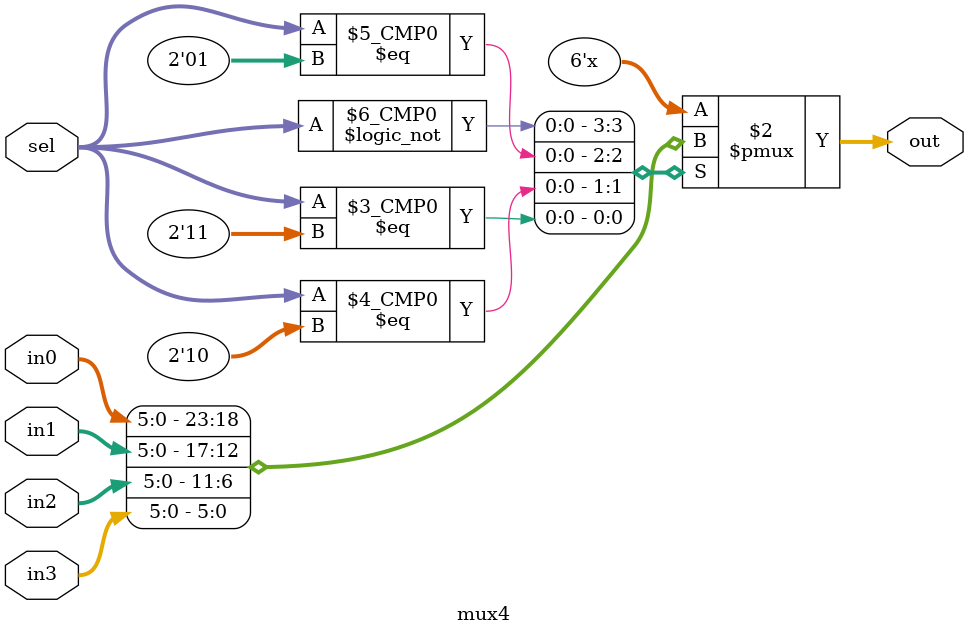
<source format=v>
/*
* Aidan Good
* mux4.v
* impliment a 4-input mux 
*/

module mux4(
    input [5:0] in0,
    input [5:0] in1,
    input [5:0] in2,
    input [5:0] in3,
    input [1:0] sel,
    output reg [5:0] out);

    always @(*) begin
        case(sel)
            2'b00: out = in0;
            2'b01: out = in1;
            2'b10: out = in2;
            2'b11: out = in3;
        endcase
    end
    
endmodule

</source>
